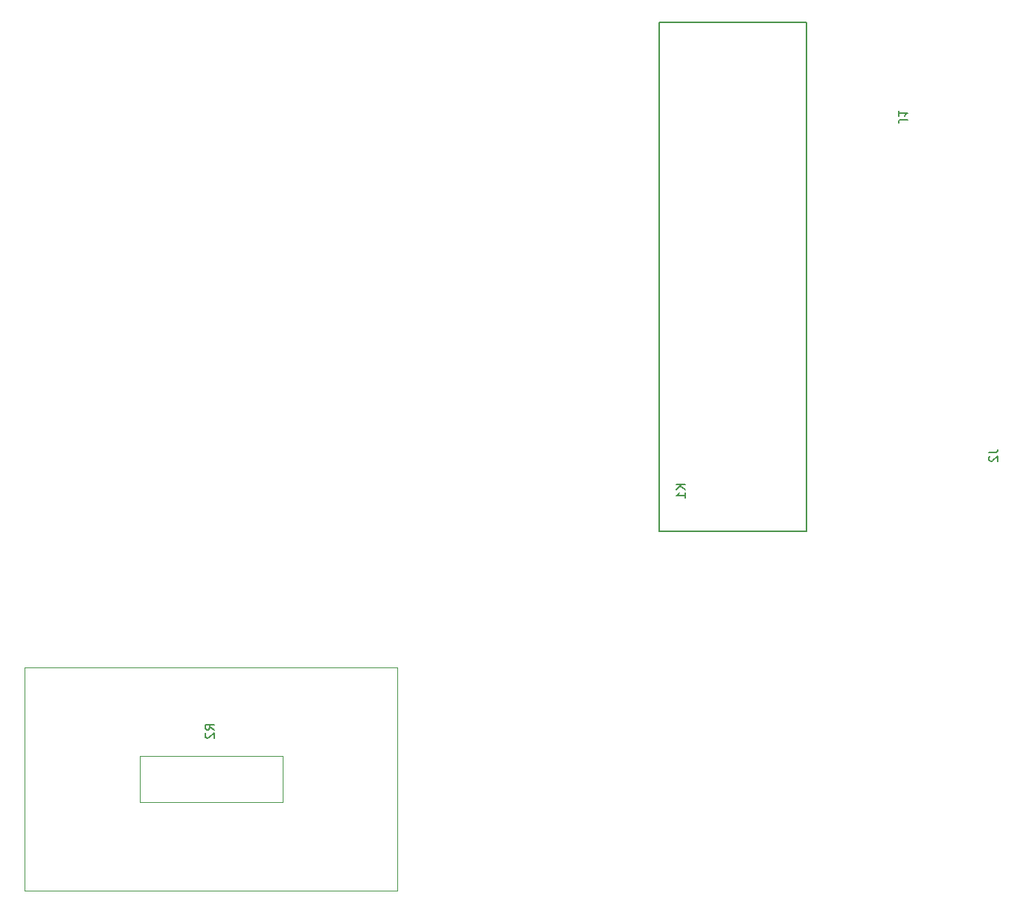
<source format=gbo>
G04 #@! TF.GenerationSoftware,KiCad,Pcbnew,5.0.2-bee76a0~70~ubuntu18.04.1*
G04 #@! TF.CreationDate,2019-04-30T11:20:39-04:00*
G04 #@! TF.ProjectId,AIR_Mount_Plus,4149525f-4d6f-4756-9e74-5f506c75732e,rev?*
G04 #@! TF.SameCoordinates,Original*
G04 #@! TF.FileFunction,Legend,Bot*
G04 #@! TF.FilePolarity,Positive*
%FSLAX46Y46*%
G04 Gerber Fmt 4.6, Leading zero omitted, Abs format (unit mm)*
G04 Created by KiCad (PCBNEW 5.0.2-bee76a0~70~ubuntu18.04.1) date Tue 30 Apr 2019 11:20:39 AM EDT*
%MOMM*%
%LPD*%
G01*
G04 APERTURE LIST*
%ADD10C,0.150000*%
%ADD11C,0.120000*%
G04 APERTURE END LIST*
D10*
G04 #@! TO.C,K1*
X276244000Y-79256000D02*
X276244000Y-21344000D01*
X276244000Y-21344000D02*
X259480000Y-21344000D01*
X259480000Y-21344000D02*
X259480000Y-79256000D01*
X259480000Y-79256000D02*
X276244000Y-79256000D01*
D11*
G04 #@! TO.C,R2*
X216669600Y-104867400D02*
X200369600Y-104867400D01*
X229719600Y-94767400D02*
X187319600Y-94767400D01*
X216669600Y-104867400D02*
X216669600Y-110067400D01*
X200369600Y-104867400D02*
X200369600Y-110067400D01*
X216669600Y-110067400D02*
X200369600Y-110067400D01*
X229719600Y-120167400D02*
X187319600Y-120167400D01*
X187319600Y-120167400D02*
X187319600Y-94767400D01*
X229719600Y-120167400D02*
X229719600Y-94767400D01*
G04 #@! TO.C,K1*
D10*
X262472380Y-73945904D02*
X261472380Y-73945904D01*
X262472380Y-74517333D02*
X261900952Y-74088761D01*
X261472380Y-74517333D02*
X262043809Y-73945904D01*
X262472380Y-75469714D02*
X262472380Y-74898285D01*
X262472380Y-75184000D02*
X261472380Y-75184000D01*
X261615238Y-75088761D01*
X261710476Y-74993523D01*
X261758095Y-74898285D01*
G04 #@! TO.C,R2*
X208833980Y-101839733D02*
X208357790Y-101506400D01*
X208833980Y-101268304D02*
X207833980Y-101268304D01*
X207833980Y-101649257D01*
X207881600Y-101744495D01*
X207929219Y-101792114D01*
X208024457Y-101839733D01*
X208167314Y-101839733D01*
X208262552Y-101792114D01*
X208310171Y-101744495D01*
X208357790Y-101649257D01*
X208357790Y-101268304D01*
X207929219Y-102220685D02*
X207881600Y-102268304D01*
X207833980Y-102363542D01*
X207833980Y-102601638D01*
X207881600Y-102696876D01*
X207929219Y-102744495D01*
X208024457Y-102792114D01*
X208119695Y-102792114D01*
X208262552Y-102744495D01*
X208833980Y-102173066D01*
X208833980Y-102792114D01*
G04 #@! TO.C,J1*
X287759619Y-32413333D02*
X287045333Y-32413333D01*
X286902476Y-32460952D01*
X286807238Y-32556190D01*
X286759619Y-32699047D01*
X286759619Y-32794285D01*
X286759619Y-31413333D02*
X286759619Y-31984761D01*
X286759619Y-31699047D02*
X287759619Y-31699047D01*
X287616761Y-31794285D01*
X287521523Y-31889523D01*
X287473904Y-31984761D01*
G04 #@! TO.C,J2*
X297038780Y-70304066D02*
X297753066Y-70304066D01*
X297895923Y-70256447D01*
X297991161Y-70161209D01*
X298038780Y-70018352D01*
X298038780Y-69923114D01*
X297134019Y-70732638D02*
X297086400Y-70780257D01*
X297038780Y-70875495D01*
X297038780Y-71113590D01*
X297086400Y-71208828D01*
X297134019Y-71256447D01*
X297229257Y-71304066D01*
X297324495Y-71304066D01*
X297467352Y-71256447D01*
X298038780Y-70685019D01*
X298038780Y-71304066D01*
G04 #@! TD*
M02*

</source>
